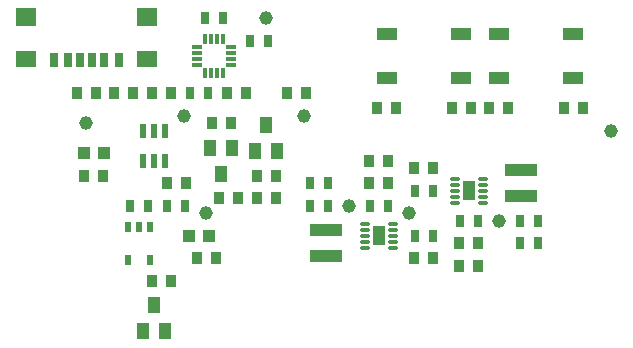
<source format=gtp>
G04*
G04 #@! TF.GenerationSoftware,Altium Limited,Altium Designer,24.2.2 (26)*
G04*
G04 Layer_Color=8421504*
%FSLAX25Y25*%
%MOIN*%
G70*
G04*
G04 #@! TF.SameCoordinates,5F421DDB-3BC7-4088-8A48-602F4A50BB0D*
G04*
G04*
G04 #@! TF.FilePolarity,Positive*
G04*
G01*
G75*
%ADD18R,0.03150X0.04016*%
%ADD19R,0.04331X0.03937*%
G04:AMPARAMS|DCode=20|XSize=31.89mil|YSize=10.63mil|CornerRadius=1.33mil|HoleSize=0mil|Usage=FLASHONLY|Rotation=180.000|XOffset=0mil|YOffset=0mil|HoleType=Round|Shape=RoundedRectangle|*
%AMROUNDEDRECTD20*
21,1,0.03189,0.00797,0,0,180.0*
21,1,0.02923,0.01063,0,0,180.0*
1,1,0.00266,-0.01462,0.00399*
1,1,0.00266,0.01462,0.00399*
1,1,0.00266,0.01462,-0.00399*
1,1,0.00266,-0.01462,-0.00399*
%
%ADD20ROUNDEDRECTD20*%
%ADD21R,0.10630X0.03937*%
%ADD22R,0.03701X0.04016*%
%ADD23C,0.04524*%
%ADD24R,0.03937X0.05512*%
%ADD25R,0.02756X0.04724*%
%ADD26R,0.02992X0.04724*%
%ADD27R,0.03150X0.04724*%
%ADD28R,0.07087X0.05315*%
%ADD29R,0.07087X0.05906*%
%ADD30R,0.02362X0.04528*%
%ADD31R,0.02362X0.03543*%
G04:AMPARAMS|DCode=32|XSize=33.86mil|YSize=10.24mil|CornerRadius=1.28mil|HoleSize=0mil|Usage=FLASHONLY|Rotation=180.000|XOffset=0mil|YOffset=0mil|HoleType=Round|Shape=RoundedRectangle|*
%AMROUNDEDRECTD32*
21,1,0.03386,0.00768,0,0,180.0*
21,1,0.03130,0.01024,0,0,180.0*
1,1,0.00256,-0.01565,0.00384*
1,1,0.00256,0.01565,0.00384*
1,1,0.00256,0.01565,-0.00384*
1,1,0.00256,-0.01565,-0.00384*
%
%ADD32ROUNDEDRECTD32*%
G04:AMPARAMS|DCode=33|XSize=33.86mil|YSize=10.24mil|CornerRadius=1.28mil|HoleSize=0mil|Usage=FLASHONLY|Rotation=270.000|XOffset=0mil|YOffset=0mil|HoleType=Round|Shape=RoundedRectangle|*
%AMROUNDEDRECTD33*
21,1,0.03386,0.00768,0,0,270.0*
21,1,0.03130,0.01024,0,0,270.0*
1,1,0.00256,-0.00384,-0.01565*
1,1,0.00256,-0.00384,0.01565*
1,1,0.00256,0.00384,0.01565*
1,1,0.00256,0.00384,-0.01565*
%
%ADD33ROUNDEDRECTD33*%
%ADD34R,0.06693X0.03937*%
G36*
X126969Y49344D02*
X123028D01*
Y55650D01*
X126969D01*
Y49344D01*
D02*
G37*
G36*
X153032Y70656D02*
X156972D01*
Y64350D01*
X153032D01*
Y70656D01*
D02*
G37*
D18*
X62012Y100000D02*
D03*
X67988D02*
D03*
X60488Y62500D02*
D03*
X54512D02*
D03*
X177988Y50000D02*
D03*
X172012D02*
D03*
X177988Y57500D02*
D03*
X172012D02*
D03*
X152012D02*
D03*
X157988D02*
D03*
X142988Y52500D02*
D03*
X137012D02*
D03*
Y67500D02*
D03*
X142988D02*
D03*
X127988Y62500D02*
D03*
X122012D02*
D03*
X102012Y70000D02*
D03*
X107988D02*
D03*
X102012Y62500D02*
D03*
X107988D02*
D03*
X47988D02*
D03*
X42012D02*
D03*
X87988Y117500D02*
D03*
X82012D02*
D03*
X72988Y125000D02*
D03*
X67012D02*
D03*
D19*
X61654Y52500D02*
D03*
X68347Y52500D02*
D03*
X33346Y80000D02*
D03*
X26654D02*
D03*
D20*
X159724Y63563D02*
D03*
X150276Y71437D02*
D03*
X159724Y65531D02*
D03*
Y67500D02*
D03*
Y69468D02*
D03*
Y71437D02*
D03*
X150276Y69468D02*
D03*
Y67500D02*
D03*
Y65531D02*
D03*
Y63563D02*
D03*
X120276Y56437D02*
D03*
X129724Y48563D02*
D03*
X120276Y54469D02*
D03*
Y52500D02*
D03*
Y50532D02*
D03*
Y48563D02*
D03*
X129724Y50532D02*
D03*
Y52500D02*
D03*
Y54469D02*
D03*
Y56437D02*
D03*
D21*
X172500Y65669D02*
D03*
Y74331D02*
D03*
X107500Y45669D02*
D03*
Y54331D02*
D03*
D22*
X94390Y100000D02*
D03*
X100610D02*
D03*
X186890Y95000D02*
D03*
X193110D02*
D03*
X30610Y100000D02*
D03*
X24390D02*
D03*
X36890D02*
D03*
X43110D02*
D03*
X55610D02*
D03*
X49390D02*
D03*
X26890Y72500D02*
D03*
X33110D02*
D03*
X69390Y90000D02*
D03*
X75610D02*
D03*
X124390Y95000D02*
D03*
X130610D02*
D03*
X149390D02*
D03*
X155610D02*
D03*
X161890D02*
D03*
X168110D02*
D03*
X158110Y42500D02*
D03*
X151890Y42500D02*
D03*
Y50000D02*
D03*
X158110D02*
D03*
X143110Y45000D02*
D03*
X136890D02*
D03*
X136890Y75000D02*
D03*
X143110Y75000D02*
D03*
X128110Y70000D02*
D03*
X121890D02*
D03*
X121890Y77500D02*
D03*
X128110D02*
D03*
X49390Y37500D02*
D03*
X55610D02*
D03*
X60610Y70000D02*
D03*
X54390D02*
D03*
X70610Y45000D02*
D03*
X64390Y45000D02*
D03*
X84390Y72500D02*
D03*
X90610D02*
D03*
X84390Y65000D02*
D03*
X90610D02*
D03*
X71890D02*
D03*
X78110D02*
D03*
X74390Y100000D02*
D03*
X80610D02*
D03*
D23*
X27500Y90000D02*
D03*
X60000Y92500D02*
D03*
X202500Y87500D02*
D03*
X135000Y60000D02*
D03*
X165000Y57500D02*
D03*
X115000Y62500D02*
D03*
X67500Y60000D02*
D03*
X100000Y92500D02*
D03*
X87500Y125000D02*
D03*
D24*
X46260Y20669D02*
D03*
X53740D02*
D03*
X50000Y29331D02*
D03*
X76240Y81831D02*
D03*
X68760D02*
D03*
X72500Y73169D02*
D03*
X83760Y80669D02*
D03*
X91240D02*
D03*
X87500Y89331D02*
D03*
D25*
X25532Y111189D02*
D03*
X29469D02*
D03*
D26*
X21516D02*
D03*
X33484D02*
D03*
D27*
X16673D02*
D03*
X38327D02*
D03*
D28*
X47677Y111406D02*
D03*
X7323D02*
D03*
D29*
Y125500D02*
D03*
X47677D02*
D03*
D30*
X46260Y77382D02*
D03*
X50000D02*
D03*
X53740D02*
D03*
Y87618D02*
D03*
X50000D02*
D03*
X46260D02*
D03*
D31*
X48740Y55512D02*
D03*
X45000D02*
D03*
X41260D02*
D03*
Y44488D02*
D03*
X48740D02*
D03*
D32*
X64350Y109547D02*
D03*
Y111516D02*
D03*
Y113484D02*
D03*
Y115453D02*
D03*
X75650D02*
D03*
Y113484D02*
D03*
Y111516D02*
D03*
Y109547D02*
D03*
D33*
X72953Y106850D02*
D03*
X70984D02*
D03*
X69016D02*
D03*
X67047D02*
D03*
Y118150D02*
D03*
X69016D02*
D03*
X70984D02*
D03*
X72953D02*
D03*
D34*
X152402Y119980D02*
D03*
X127598D02*
D03*
Y105020D02*
D03*
X152402D02*
D03*
X189902Y119980D02*
D03*
X165098D02*
D03*
Y105020D02*
D03*
X189902D02*
D03*
M02*

</source>
